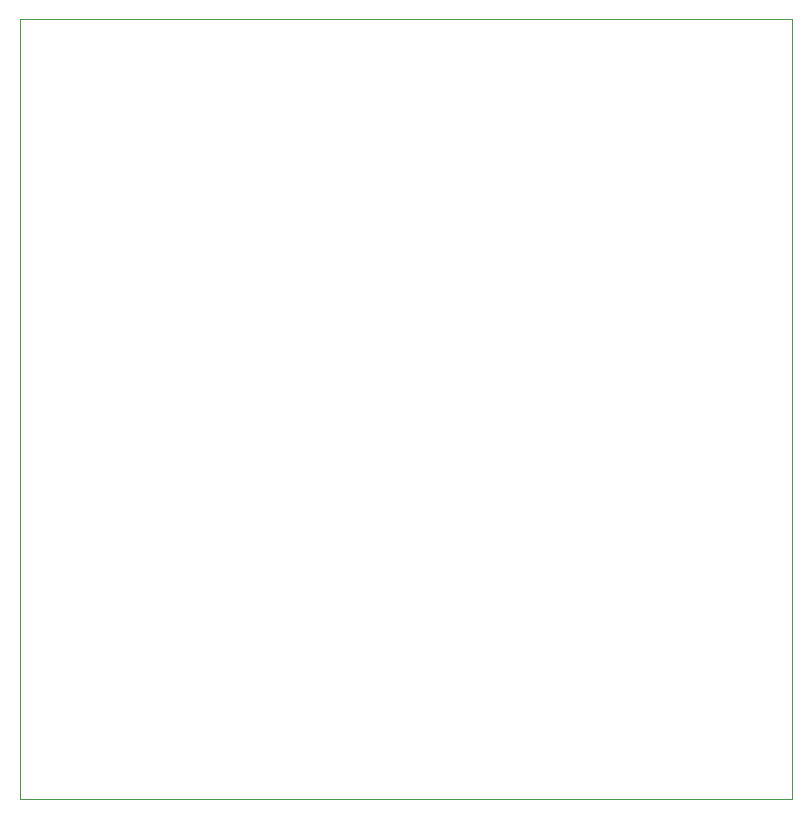
<source format=gm1>
G04 #@! TF.GenerationSoftware,KiCad,Pcbnew,(6.0.2)*
G04 #@! TF.CreationDate,2022-11-25T11:25:03-08:00*
G04 #@! TF.ProjectId,robot_pcb,726f626f-745f-4706-9362-2e6b69636164,rev?*
G04 #@! TF.SameCoordinates,Original*
G04 #@! TF.FileFunction,Profile,NP*
%FSLAX46Y46*%
G04 Gerber Fmt 4.6, Leading zero omitted, Abs format (unit mm)*
G04 Created by KiCad (PCBNEW (6.0.2)) date 2022-11-25 11:25:03*
%MOMM*%
%LPD*%
G01*
G04 APERTURE LIST*
G04 #@! TA.AperFunction,Profile*
%ADD10C,0.050000*%
G04 #@! TD*
G04 APERTURE END LIST*
D10*
X156845000Y-123190000D02*
X91440000Y-123190000D01*
X91440000Y-123190000D02*
X91440000Y-57150000D01*
X91440000Y-57150000D02*
X156845000Y-57150000D01*
X156845000Y-57150000D02*
X156845000Y-123190000D01*
M02*

</source>
